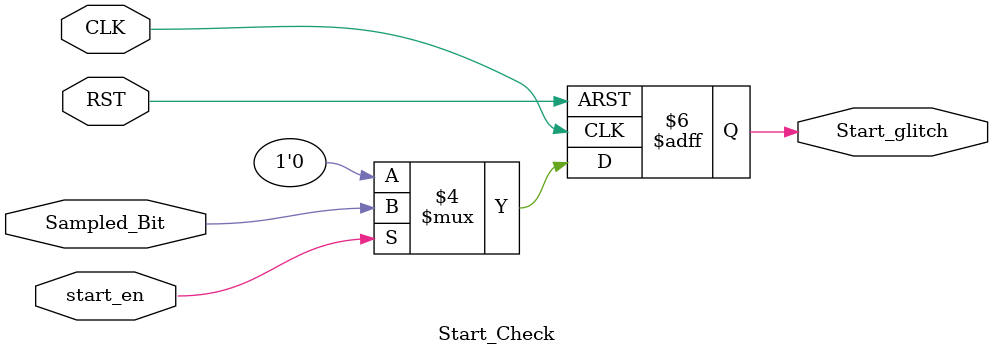
<source format=v>
module Start_Check (
               input wire CLK,RST,start_en,Sampled_Bit,
               output reg Start_glitch
              );
        
        always @(posedge CLK or negedge RST )
          begin
            if (!RST)
              begin
                  Start_glitch <= 0;
              end
            else
              begin
                 if (start_en)
                   begin
                     Start_glitch <= Sampled_Bit ;
                   end
                 else
                  begin
                      Start_glitch <= 0;
                  end
              end   
          end  
endmodule

</source>
